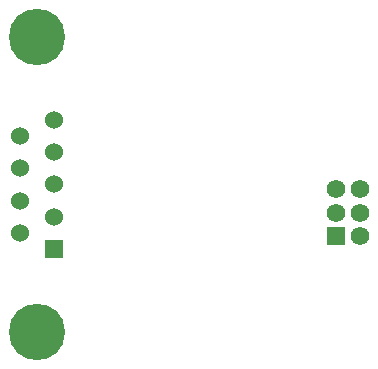
<source format=gbs>
G04 #@! TF.GenerationSoftware,KiCad,Pcbnew,9.0.6*
G04 #@! TF.CreationDate,2026-02-17T21:16:07-05:00*
G04 #@! TF.ProjectId,dvrk-ios,6476726b-2d69-46f7-932e-6b696361645f,rev?*
G04 #@! TF.SameCoordinates,Original*
G04 #@! TF.FileFunction,Soldermask,Bot*
G04 #@! TF.FilePolarity,Negative*
%FSLAX46Y46*%
G04 Gerber Fmt 4.6, Leading zero omitted, Abs format (unit mm)*
G04 Created by KiCad (PCBNEW 9.0.6) date 2026-02-17 21:16:07*
%MOMM*%
%LPD*%
G01*
G04 APERTURE LIST*
%ADD10R,1.575000X1.575000*%
%ADD11C,1.575000*%
%ADD12R,1.530000X1.530000*%
%ADD13C,1.530000*%
%ADD14C,4.770000*%
G04 APERTURE END LIST*
D10*
X68150000Y-39150000D03*
D11*
X70150000Y-39150000D03*
X68150000Y-37150000D03*
X70150000Y-37150000D03*
X68150000Y-35150000D03*
X70150000Y-35150000D03*
D12*
X44270000Y-40225000D03*
D13*
X44270000Y-37485000D03*
X44270000Y-34745000D03*
X44270000Y-32005000D03*
X44270000Y-29265000D03*
X41430000Y-38855000D03*
X41430000Y-36115000D03*
X41430000Y-33375000D03*
X41430000Y-30635000D03*
D14*
X42850000Y-47240000D03*
X42850000Y-22250000D03*
M02*

</source>
